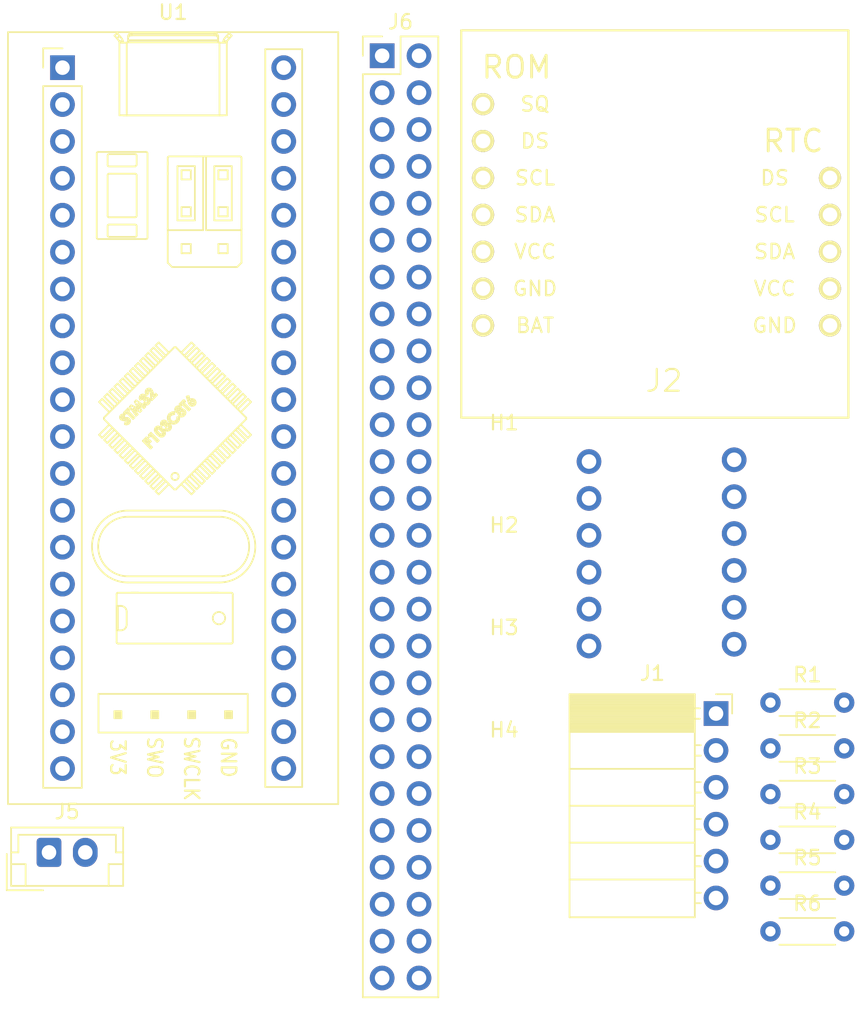
<source format=kicad_pcb>
(kicad_pcb (version 20240108) (generator "pcbnew") (generator_version "8.0")
  (layers (0 "F.Cu" signal) (31 "B.Cu" signal) (34 "B.Paste" user) (35 "F.Paste" user) (36 "B.SilkS" user "B.Silkscreen") (37 "F.SilkS" user "F.Silkscreen") (38 "B.Mask" user) (39 "F.Mask" user) (44 "Edge.Cuts" user))
  (net 0 "")
  (net 1 "+3.3V")
  (net 2 "GND")
  (net 3 "MOSI")
  (net 4 "SCK")
  (net 5 "CS")
  (net 6 "MISO")
  (net 7 "HV1")
  (net 9 "DS")
  (net 13 "+5V")
  (net 14 "HV2")
  (net 17 "SDA_2")
  (net 29 "SCL_2")
  (net 36 "LV2")
  (net 38 "LV1")
  (net 39 "RX_1")
  (net 40 "TX_1")
  (footprint "Library:BiDirectional_Converter" (layer "F.Cu") (at 162.92 97.15)
    (property "Reference" "J4" (hide yes))
    (property "Value" "Conn_02x06_Counter_Clockwise")
    (pad "1" thru_hole circle (at 0 0 180) (size 1.7 1.7) (drill 1) (layers "*.Cu" "*.Mask") (net 38 "LV1"))
    (pad "2" thru_hole oval (at 0 2.54 180) (size 1.7 1.7) (drill 1) (layers "*.Cu" "*.Mask") (net 36 "LV2"))
    (pad "3" thru_hole oval (at 0 5.08 180) (size 1.7 1.7) (drill 1) (layers "*.Cu" "*.Mask") (net 1 "+3.3V"))
    (pad "4" thru_hole oval (at 0 7.62 180) (size 1.7 1.7) (drill 1) (layers "*.Cu" "*.Mask") (net 2 "GND"))
    (pad "5" thru_hole oval (at 0 10.16 180) (size 1.7 1.7) (drill 1) (layers "*.Cu" "*.Mask"))
    (pad "6" thru_hole oval (at 0 12.7 180) (size 1.7 1.7) (drill 1) (layers "*.Cu" "*.Mask"))
    (pad "7" thru_hole oval (at 10 12.58 180) (size 1.7 1.7) (drill 1) (layers "*.Cu" "*.Mask"))
    (pad "8" thru_hole oval (at 10 10.04 180) (size 1.7 1.7) (drill 1) (layers "*.Cu" "*.Mask"))
    (pad "9" thru_hole oval (at 10 7.5 180) (size 1.7 1.7) (drill 1) (layers "*.Cu" "*.Mask") (net 2 "GND"))
    (pad "10" thru_hole oval (at 10 4.96 180) (size 1.7 1.7) (drill 1) (layers "*.Cu" "*.Mask") (net 13 "+5V"))
    (pad "11" thru_hole oval (at 10 2.42 180) (size 1.7 1.7) (drill 1) (layers "*.Cu" "*.Mask") (net 14 "HV2"))
    (pad "12" thru_hole circle (at 10 -0.12 180) (size 1.7 1.7) (drill 1) (layers "*.Cu" "*.Mask") (net 7 "HV1"))
  )
  (footprint "Resistor_THT:R_Axial_DIN0204_L3.6mm_D1.6mm_P5.08mm_Horizontal" (layer "F.Cu") (at 175.42 116.9)
    (property "Reference" "R2" (at 2.54 -1.92 0) (layer "F.SilkS"))
    (property "Value" "R")
    (pad "1" thru_hole circle (at 0 0) (size 1.4 1.4) (drill 0.7) (layers "*.Cu" "*.Mask") (net 1 "+3.3V"))
    (pad "2" thru_hole oval (at 5.08 0) (size 1.4 1.4) (drill 0.7) (layers "*.Cu" "*.Mask") (net 38 "LV1"))
  )
  (footprint "Connector_PinSocket_2.54mm:PinSocket_1x06_P2.54mm_Horizontal" (layer "F.Cu") (at 171.67 114.5)
    (property "Reference" "J1" (at -4.38 -2.77 0) (layer "F.SilkS"))
    (property "Value" "Conn_01x06_Socket")
    (pad "1" thru_hole rect (at 0 0) (size 1.7 1.7) (drill 1) (layers "*.Cu" "*.Mask") (net 1 "+3.3V"))
    (pad "2" thru_hole oval (at 0 2.54) (size 1.7 1.7) (drill 1) (layers "*.Cu" "*.Mask") (net 2 "GND"))
    (pad "3" thru_hole oval (at 0 5.08) (size 1.7 1.7) (drill 1) (layers "*.Cu" "*.Mask") (net 6 "MISO"))
    (pad "4" thru_hole oval (at 0 7.62) (size 1.7 1.7) (drill 1) (layers "*.Cu" "*.Mask") (net 3 "MOSI"))
    (pad "5" thru_hole oval (at 0 10.16) (size 1.7 1.7) (drill 1) (layers "*.Cu" "*.Mask") (net 4 "SCK"))
    (pad "6" thru_hole oval (at 0 12.7) (size 1.7 1.7) (drill 1) (layers "*.Cu" "*.Mask") (net 5 "CS"))
  )
  (footprint "MountingHole:MountingHole_3.2mm_M3_ISO14580" (layer "F.Cu") (at 157.07 119.38)
    (property "Reference" "H4" (at 0 -3.75 0) (layer "F.SilkS"))
    (property "Value" "MountingHole")
    (pad "" np_thru_hole circle (at 0 0) (size 3.2 3.2) (drill 3.2) (layers "*.Cu" "*.Mask"))
  )
  (footprint "MountingHole:MountingHole_3.2mm_M3_ISO14580" (layer "F.Cu") (at 157.07 105.28)
    (property "Reference" "H2" (at 0 -3.75 0) (layer "F.SilkS"))
    (property "Value" "MountingHole")
    (pad "" np_thru_hole circle (at 0 0) (size 3.2 3.2) (drill 3.2) (layers "*.Cu" "*.Mask"))
  )
  (footprint "MountingHole:MountingHole_3.2mm_M3_ISO14580" (layer "F.Cu") (at 157.07 98.23)
    (property "Reference" "H1" (at 0 -3.75 0) (layer "F.SilkS"))
    (property "Value" "MountingHole")
    (pad "" np_thru_hole circle (at 0 0) (size 3.2 3.2) (drill 3.2) (layers "*.Cu" "*.Mask"))
  )
  (footprint "Resistor_THT:R_Axial_DIN0204_L3.6mm_D1.6mm_P5.08mm_Horizontal" (layer "F.Cu") (at 175.42 113.75)
    (property "Reference" "R1" (at 2.54 -1.92 0) (layer "F.SilkS"))
    (property "Value" "R")
    (pad "1" thru_hole circle (at 0 0) (size 1.4 1.4) (drill 0.7) (layers "*.Cu" "*.Mask") (net 1 "+3.3V"))
    (pad "2" thru_hole oval (at 5.08 0) (size 1.4 1.4) (drill 0.7) (layers "*.Cu" "*.Mask") (net 36 "LV2"))
  )
  (footprint "Connector_JST:JST_EH_B2B-EH-A_1x02_P2.50mm_Vertical" (layer "F.Cu") (at 125.72 124.06)
    (property "Reference" "J5" (at 1.25 -2.8 0) (layer "F.SilkS"))
    (property "Value" "UART_Debug")
    (pad "1" thru_hole roundrect (at 0 0) (size 1.7 2) (drill 1) (layers "*.Cu" "*.Mask") (roundrect_rratio 0.147059) (net 39 "RX_1"))
    (pad "2" thru_hole oval (at 2.5 0) (size 1.7 2) (drill 1) (layers "*.Cu" "*.Mask") (net 40 "TX_1"))
  )
  (footprint "Library:Tiny_RTC_DS1307" (layer "F.Cu") (at 168.09 82.7)
    (property "Reference" "J2" (at 0 8.89 0) (layer "F.SilkS") (effects (font (size 1.5 1.5))))
    (property "Value" "Conn_01x12_Socket" (hide yes))
    (fp_text user "VCC" (at -8.89 0 0) (layer "F.SilkS"))
    (fp_text user "SQ" (at -8.89 -10.16 0) (layer "F.SilkS"))
    (fp_text user "SCL" (at 7.62 -2.54 0) (layer "F.SilkS"))
    (fp_text user "SDA" (at 7.62 0 0) (layer "F.SilkS"))
    (fp_text user "SCL" (at -8.89 -5.08 0) (layer "F.SilkS"))
    (fp_text user "SDA" (at -8.89 -2.54 0) (layer "F.SilkS"))
    (fp_text user "BAT" (at -8.89 5.08 0) (layer "F.SilkS"))
    (fp_text user "RTC" (at 8.89 -7.62 0) (layer "F.SilkS") (effects (font (size 1.5 1.5) (thickness 0.2))))
    (fp_text user "DS" (at 7.62 -5.08 0) (layer "F.SilkS"))
    (fp_text user "ROM" (at -10.16 -12.7 0) (layer "F.SilkS") (effects (font (size 1.5 1.5) (thickness 0.2))))
    (fp_text user "GND" (at -8.89 2.54 0) (layer "F.SilkS"))
    (fp_text user "GND" (at 7.62 5.08 0) (layer "F.SilkS"))
    (fp_text user "DS" (at -8.89 -7.62 0) (layer "F.SilkS"))
    (fp_text user "VCC" (at 7.62 2.54 0) (layer "F.SilkS"))
    (pad "1" thru_hole circle (at -12.47 5.08) (size 1.524 1.524) (drill 1) (layers "*.Cu" "*.Mask" "F.SilkS"))
    (pad "2" thru_hole circle (at -12.47 2.54) (size 1.524 1.524) (drill 1) (layers "*.Cu" "*.Mask" "F.SilkS"))
    (pad "3" thru_hole circle (at -12.47 0) (size 1.524 1.524) (drill 1) (layers "*.Cu" "*.Mask" "F.SilkS"))
    (pad "4" thru_hole circle (at -12.47 -2.54) (size 1.524 1.524) (drill 1) (layers "*.Cu" "*.Mask" "F.SilkS"))
    (pad "5" thru_hole circle (at -12.47 -5.08) (size 1.524 1.524) (drill 1) (layers "*.Cu" "*.Mask" "F.SilkS"))
    (pad "6" thru_hole circle (at -12.47 -7.62) (size 1.524 1.524) (drill 1) (layers "*.Cu" "*.Mask" "F.SilkS"))
    (pad "7" thru_hole circle (at -12.47 -10.16) (size 1.524 1.524) (drill 1) (layers "*.Cu" "*.Mask" "F.SilkS") (net 13 "+5V"))
    (pad "8" thru_hole circle (at 11.43 5.08) (size 1.524 1.524) (drill 1) (layers "*.Cu" "*.Mask" "F.SilkS") (net 2 "GND"))
    (pad "9" thru_hole circle (at 11.43 2.54) (size 1.524 1.524) (drill 1) (layers "*.Cu" "*.Mask" "F.SilkS") (net 13 "+5V"))
    (pad "10" thru_hole circle (at 11.43 0) (size 1.524 1.524) (drill 1) (layers "*.Cu" "*.Mask" "F.SilkS") (net 14 "HV2"))
    (pad "11" thru_hole circle (at 11.43 -2.54) (size 1.524 1.524) (drill 1) (layers "*.Cu" "*.Mask" "F.SilkS") (net 7 "HV1"))
    (pad "12" thru_hole circle (at 11.43 -5.08) (size 1.524 1.524) (drill 1) (layers "*.Cu" "*.Mask" "F.SilkS") (net 9 "DS"))
  )
  (footprint "Resistor_THT:R_Axial_DIN0204_L3.6mm_D1.6mm_P5.08mm_Horizontal" (layer "F.Cu") (at 175.42 123.2)
    (property "Reference" "R4" (at 2.54 -1.92 0) (layer "F.SilkS"))
    (property "Value" "10K")
    (pad "1" thru_hole circle (at 0 0) (size 1.4 1.4) (drill 0.7) (layers "*.Cu" "*.Mask") (net 13 "+5V"))
    (pad "2" thru_hole oval (at 5.08 0) (size 1.4 1.4) (drill 0.7) (layers "*.Cu" "*.Mask") (net 14 "HV2"))
  )
  (footprint "Resistor_THT:R_Axial_DIN0204_L3.6mm_D1.6mm_P5.08mm_Horizontal" (layer "F.Cu") (at 175.42 129.5)
    (property "Reference" "R6" (at 2.54 -1.92 0) (layer "F.SilkS"))
    (property "Value" "10K")
    (pad "1" thru_hole circle (at 0 0) (size 1.4 1.4) (drill 0.7) (layers "*.Cu" "*.Mask") (net 1 "+3.3V"))
    (pad "2" thru_hole oval (at 5.08 0) (size 1.4 1.4) (drill 0.7) (layers "*.Cu" "*.Mask") (net 29 "SCL_2"))
  )
  (footprint "Connector_PinHeader_2.54mm:PinHeader_2x26_P2.54mm_Vertical" (layer "F.Cu") (at 148.67 69.21)
    (property "Reference" "J6" (at 1.27 -2.33 0) (layer "F.SilkS"))
    (property "Value" "GPIO")
    (pad "1" thru_hole rect (at 0 0) (size 1.7 1.7) (drill 1) (layers "*.Cu" "*.Mask") (net 29 "SCL_2"))
    (pad "2" thru_hole oval (at 2.54 0) (size 1.7 1.7) (drill 1) (layers "*.Cu" "*.Mask") (net 17 "SDA_2"))
    (pad "3" thru_hole oval (at 0 2.54) (size 1.7 1.7) (drill 1) (layers "*.Cu" "*.Mask"))
    (pad "4" thru_hole oval (at 2.54 2.54) (size 1.7 1.7) (drill 1) (layers "*.Cu" "*.Mask"))
    (pad "5" thru_hole oval (at 0 5.08) (size 1.7 1.7) (drill 1) (layers "*.Cu" "*.Mask"))
    (pad "6" thru_hole oval (at 2.54 5.08) (size 1.7 1.7) (drill 1) (layers "*.Cu" "*.Mask"))
    (pad "7" thru_hole oval (at 0 7.62) (size 1.7 1.7) (drill 1) (layers "*.Cu" "*.Mask"))
    (pad "8" thru_hole oval (at 2.54 7.62) (size 1.7 1.7) (drill 1) (layers "*.Cu" "*.Mask"))
    (pad "9" thru_hole oval (at 0 10.16) (size 1.7 1.7) (drill 1) (layers "*.Cu" "*.Mask"))
    (pad "10" thru_hole oval (at 2.54 10.16) (size 1.7 1.7) (drill 1) (layers "*.Cu" "*.Mask"))
    (pad "11" thru_hole oval (at 0 12.7) (size 1.7 1.7) (drill 1) (layers "*.Cu" "*.Mask"))
    (pad "12" thru_hole oval (at 2.54 12.7) (size 1.7 1.7) (drill 1) (layers "*.Cu" "*.Mask"))
    (pad "13" thru_hole oval (at 0 15.24) (size 1.7 1.7) (drill 1) (layers "*.Cu" "*.Mask"))
    (pad "14" thru_hole oval (at 2.54 15.24) (size 1.7 1.7) (drill 1) (layers "*.Cu" "*.Mask"))
    (pad "15" thru_hole oval (at 0 17.78) (size 1.7 1.7) (drill 1) (layers "*.Cu" "*.Mask"))
    (pad "16" thru_hole oval (at 2.54 17.78) (size 1.7 1.7) (drill 1) (layers "*.Cu" "*.Mask"))
    (pad "17" thru_hole oval (at 0 20.32) (size 1.7 1.7) (drill 1) (layers "*.Cu" "*.Mask"))
    (pad "18" thru_hole oval (at 2.54 20.32) (size 1.7 1.7) (drill 1) (layers "*.Cu" "*.Mask"))
    (pad "19" thru_hole oval (at 0 22.86) (size 1.7 1.7) (drill 1) (layers "*.Cu" "*.Mask"))
    (pad "20" thru_hole oval (at 2.54 22.86) (size 1.7 1.7) (drill 1) (layers "*.Cu" "*.Mask"))
    (pad "21" thru_hole oval (at 0 25.4) (size 1.7 1.7) (drill 1) (layers "*.Cu" "*.Mask") (net 1 "+3.3V"))
    (pad "22" thru_hole oval (at 2.54 25.4) (size 1.7 1.7) (drill 1) (layers "*.Cu" "*.Mask") (net 13 "+5V"))
    (pad "23" thru_hole oval (at 0 27.94) (size 1.7 1.7) (drill 1) (layers "*.Cu" "*.Mask") (net 2 "GND"))
    (pad "24" thru_hole oval (at 2.54 27.94) (size 1.7 1.7) (drill 1) (layers "*.Cu" "*.Mask"))
    (pad "25" thru_hole oval (at 0 30.48) (size 1.7 1.7) (drill 1) (layers "*.Cu" "*.Mask"))
    (pad "26" thru_hole oval (at 2.54 30.48) (size 1.7 1.7) (drill 1) (layers "*.Cu" "*.Mask"))
    (pad "27" thru_hole oval (at 0 33.02) (size 1.7 1.7) (drill 1) (layers "*.Cu" "*.Mask"))
    (pad "28" thru_hole oval (at 2.54 33.02) (size 1.7 1.7) (drill 1) (layers "*.Cu" "*.Mask"))
    (pad "29" thru_hole oval (at 0 35.56) (size 1.7 1.7) (drill 1) (layers "*.Cu" "*.Mask"))
    (pad "30" thru_hole oval (at 2.54 35.56) (size 1.7 1.7) (drill 1) (layers "*.Cu" "*.Mask"))
    (pad "31" thru_hole oval (at 0 38.1) (size 1.7 1.7) (drill 1) (layers "*.Cu" "*.Mask"))
    (pad "32" thru_hole oval (at 2.54 38.1) (size 1.7 1.7) (drill 1) (layers "*.Cu" "*.Mask"))
    (pad "33" thru_hole oval (at 0 40.64) (size 1.7 1.7) (drill 1) (layers "*.Cu" "*.Mask"))
    (pad "34" thru_hole oval (at 2.54 40.64) (size 1.7 1.7) (drill 1) (layers "*.Cu" "*.Mask"))
    (pad "35" thru_hole oval (at 0 43.18) (size 1.7 1.7) (drill 1) (layers "*.Cu" "*.Mask"))
    (pad "36" thru_hole oval (at 2.54 43.18) (size 1.7 1.7) (drill 1) (layers "*.Cu" "*.Mask"))
    (pad "37" thru_hole oval (at 0 45.72) (size 1.7 1.7) (drill 1) (layers "*.Cu" "*.Mask"))
    (pad "38" thru_hole oval (at 2.54 45.72) (size 1.7 1.7) (drill 1) (layers "*.Cu" "*.Mask"))
    (pad "39" thru_hole oval (at 0 48.26) (size 1.7 1.7) (drill 1) (layers "*.Cu" "*.Mask"))
    (pad "40" thru_hole oval (at 2.54 48.26) (size 1.7 1.7) (drill 1) (layers "*.Cu" "*.Mask"))
    (pad "41" thru_hole oval (at 0 50.8) (size 1.7 1.7) (drill 1) (layers "*.Cu" "*.Mask"))
    (pad "42" thru_hole oval (at 2.54 50.8) (size 1.7 1.7) (drill 1) (layers "*.Cu" "*.Mask"))
    (pad "43" thru_hole oval (at 0 53.34) (size 1.7 1.7) (drill 1) (layers "*.Cu" "*.Mask"))
    (pad "44" thru_hole oval (at 2.54 53.34) (size 1.7 1.7) (drill 1) (layers "*.Cu" "*.Mask"))
    (pad "45" thru_hole oval (at 0 55.88) (size 1.7 1.7) (drill 1) (layers "*.Cu" "*.Mask"))
    (pad "46" thru_hole oval (at 2.54 55.88) (size 1.7 1.7) (drill 1) (layers "*.Cu" "*.Mask"))
    (pad "47" thru_hole oval (at 0 58.42) (size 1.7 1.7) (drill 1) (layers "*.Cu" "*.Mask"))
    (pad "48" thru_hole oval (at 2.54 58.42) (size 1.7 1.7) (drill 1) (layers "*.Cu" "*.Mask"))
    (pad "49" thru_hole oval (at 0 60.96) (size 1.7 1.7) (drill 1) (layers "*.Cu" "*.Mask"))
    (pad "50" thru_hole oval (at 2.54 60.96) (size 1.7 1.7) (drill 1) (layers "*.Cu" "*.Mask"))
    (pad "51" thru_hole oval (at 0 63.5) (size 1.7 1.7) (drill 1) (layers "*.Cu" "*.Mask"))
    (pad "52" thru_hole oval (at 2.54 63.5) (size 1.7 1.7) (drill 1) (layers "*.Cu" "*.Mask"))
  )
  (footprint "MountingHole:MountingHole_3.2mm_M3_ISO14580" (layer "F.Cu") (at 157.07 112.33)
    (property "Reference" "H3" (at 0 -3.75 0) (layer "F.SilkS"))
    (property "Value" "MountingHole")
    (pad "" np_thru_hole circle (at 0 0) (size 3.2 3.2) (drill 3.2) (layers "*.Cu" "*.Mask"))
  )
  (footprint "Resistor_THT:R_Axial_DIN0204_L3.6mm_D1.6mm_P5.08mm_Horizontal" (layer "F.Cu") (at 175.42 126.35)
    (property "Reference" "R5" (at 2.54 -1.92 0) (layer "F.SilkS"))
    (property "Value" "10K")
    (pad "1" thru_hole circle (at 0 0) (size 1.4 1.4) (drill 0.7) (layers "*.Cu" "*.Mask") (net 1 "+3.3V"))
    (pad "2" thru_hole oval (at 5.08 0) (size 1.4 1.4) (drill 0.7) (layers "*.Cu" "*.Mask") (net 17 "SDA_2"))
  )
  (footprint "Footprints:YAAJ_BluePill_1" (layer "F.Cu") (at 126.65 70.03)
    (property "Reference" "U1" (at 7.62 -3.81 0) (layer "F.SilkS"))
    (property "Value" "YAAJ_BluePill" (hide yes))
    (fp_text user "GND" (at 11.43 47.498 -90) (layer "F.SilkS") (effects (font (size 1 0.9))))
    (fp_text user "3V3" (at 3.81 47.498 -90) (layer "F.SilkS") (effects (font (size 1 0.9))))
    (fp_text user "SWCLK" (at 8.89 48.26 -90) (layer "F.SilkS") (effects (font (size 1 0.9))))
    (fp_text user "SWO" (at 6.35 47.498 -90) (layer "F.SilkS") (effects (font (size 1 0.9))))
    (pad "1" thru_hole rect (at 0 0) (size 1.7 1.7) (drill 1) (layers "*.Cu" "*.Mask"))
    (pad "2" thru_hole circle (at 0 2.54) (size 1.7 1.7) (drill 1) (layers "*.Cu" "*.Mask"))
    (pad "3" thru_hole circle (at 0 5.08) (size 1.7 1.7) (drill 1) (layers "*.Cu" "*.Mask"))
    (pad "4" thru_hole circle (at 0 7.62) (size 1.7 1.7) (drill 1) (layers "*.Cu" "*.Mask"))
    (pad "5" thru_hole circle (at 0 10.16) (size 1.7 1.7) (drill 1) (layers "*.Cu" "*.Mask"))
    (pad "6" thru_hole circle (at 0 12.7) (size 1.7 1.7) (drill 1) (layers "*.Cu" "*.Mask") (net 39 "RX_1"))
    (pad "7" thru_hole circle (at 0 15.24) (size 1.7 1.7) (drill 1) (layers "*.Cu" "*.Mask") (net 40 "TX_1"))
    (pad "8" thru_hole circle (at 0 17.78) (size 1.7 1.7) (drill 1) (layers "*.Cu" "*.Mask"))
    (pad "9" thru_hole circle (at 0 20.32) (size 1.7 1.7) (drill 1) (layers "*.Cu" "*.Mask"))
    (pad "10" thru_hole circle (at 0 22.86) (size 1.7 1.7) (drill 1) (layers "*.Cu" "*.Mask"))
    (pad "11" thru_hole circle (at 0 25.4) (size 1.7 1.7) (drill 1) (layers "*.Cu" "*.Mask"))
    (pad "12" thru_hole circle (at 0 27.94) (size 1.7 1.7) (drill 1) (layers "*.Cu" "*.Mask"))
    (pad "13" thru_hole circle (at 0 30.48) (size 1.7 1.7) (drill 1) (layers "*.Cu" "*.Mask"))
    (pad "14" thru_hole circle (at 0 33.02) (size 1.7 1.7) (drill 1) (layers "*.Cu" "*.Mask"))
    (pad "15" thru_hole circle (at 0 35.56) (size 1.7 1.7) (drill 1) (layers "*.Cu" "*.Mask"))
    (pad "16" thru_hole circle (at 0 38.1) (size 1.7 1.7) (drill 1) (layers "*.Cu" "*.Mask") (net 38 "LV1"))
    (pad "17" thru_hole circle (at 0 40.64) (size 1.7 1.7) (drill 1) (layers "*.Cu" "*.Mask") (net 36 "LV2"))
    (pad "18" thru_hole circle (at 0 43.18) (size 1.7 1.7) (drill 1) (layers "*.Cu" "*.Mask"))
    (pad "19" thru_hole circle (at 0 45.72) (size 1.7 1.7) (drill 1) (layers "*.Cu" "*.Mask"))
    (pad "20" thru_hole circle (at 0 48.26) (size 1.7 1.7) (drill 1) (layers "*.Cu" "*.Mask"))
    (pad "21" thru_hole circle (at 15.24 48.26) (size 1.7 1.7) (drill 1) (layers "*.Cu" "*.Mask"))
    (pad "22" thru_hole circle (at 15.24 45.72) (size 1.7 1.7) (drill 1) (layers "*.Cu" "*.Mask"))
    (pad "23" thru_hole circle (at 15.24 43.18) (size 1.7 1.7) (drill 1) (layers "*.Cu" "*.Mask"))
    (pad "24" thru_hole circle (at 15.24 40.64) (size 1.7 1.7) (drill 1) (layers "*.Cu" "*.Mask"))
    (pad "25" thru_hole circle (at 15.24 38.1) (size 1.7 1.7) (drill 1) (layers "*.Cu" "*.Mask"))
    (pad "26" thru_hole circle (at 15.24 35.56) (size 1.7 1.7) (drill 1) (layers "*.Cu" "*.Mask"))
    (pad "27" thru_hole circle (at 15.24 33.02) (size 1.7 1.7) (drill 1) (layers "*.Cu" "*.Mask"))
    (pad "28" thru_hole circle (at 15.24 30.48) (size 1.7 1.7) (drill 1) (layers "*.Cu" "*.Mask"))
    (pad "29" thru_hole circle (at 15.24 27.94) (size 1.7 1.7) (drill 1) (layers "*.Cu" "*.Mask") (net 5 "CS"))
    (pad "30" thru_hole circle (at 15.24 25.4) (size 1.7 1.7) (drill 1) (layers "*.Cu" "*.Mask") (net 4 "SCK"))
    (pad "31" thru_hole circle (at 15.24 22.86) (size 1.7 1.7) (drill 1) (layers "*.Cu" "*.Mask") (net 6 "MISO"))
    (pad "32" thru_hole circle (at 15.24 20.32) (size 1.7 1.7) (drill 1) (layers "*.Cu" "*.Mask") (net 3 "MOSI"))
    (pad "33" thru_hole circle (at 15.24 17.78) (size 1.7 1.7) (drill 1) (layers "*.Cu" "*.Mask"))
    (pad "34" thru_hole circle (at 15.24 15.24) (size 1.7 1.7) (drill 1) (layers "*.Cu" "*.Mask"))
    (pad "35" thru_hole circle (at 15.24 12.7) (size 1.7 1.7) (drill 1) (layers "*.Cu" "*.Mask") (net 29 "SCL_2"))
    (pad "36" thru_hole circle (at 15.24 10.16) (size 1.7 1.7) (drill 1) (layers "*.Cu" "*.Mask") (net 17 "SDA_2"))
    (pad "37" thru_hole circle (at 15.24 7.62) (size 1.7 1.7) (drill 1) (layers "*.Cu" "*.Mask"))
    (pad "38" thru_hole circle (at 15.24 5.08) (size 1.7 1.7) (drill 1) (layers "*.Cu" "*.Mask") (net 1 "+3.3V"))
    (pad "39" thru_hole circle (at 15.24 2.54) (size 1.7 1.7) (drill 1) (layers "*.Cu" "*.Mask") (net 2 "GND"))
    (pad "40" thru_hole circle (at 15.24 0) (size 1.7 1.7) (drill 1) (layers "*.Cu" "*.Mask") (net 2 "GND"))
  )
  (footprint "Resistor_THT:R_Axial_DIN0204_L3.6mm_D1.6mm_P5.08mm_Horizontal" (layer "F.Cu") (at 175.42 120.05)
    (property "Reference" "R3" (at 2.54 -1.92 0) (layer "F.SilkS"))
    (property "Value" "10K")
    (pad "1" thru_hole circle (at 0 0) (size 1.4 1.4) (drill 0.7) (layers "*.Cu" "*.Mask") (net 13 "+5V"))
    (pad "2" thru_hole oval (at 5.08 0) (size 1.4 1.4) (drill 0.7) (layers "*.Cu" "*.Mask") (net 7 "HV1"))
  )
)
</source>
